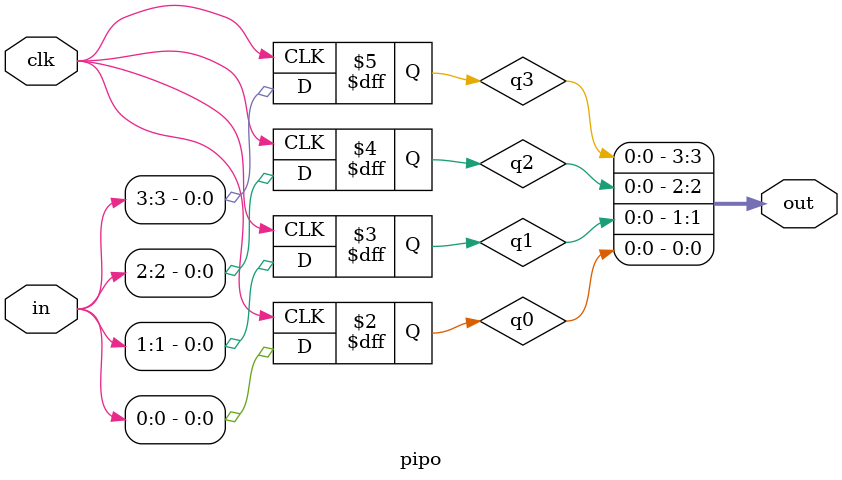
<source format=v>
`timescale 1ns / 1ps

module pipo(in,clk,out);
input [3:0] in;
input clk;
output [3:0] out;
reg q0,q1,q2,q3;

always@(posedge clk)
begin

q3<=in[3];
q2<=in[2];
q1<=in[1];
q0<=in[0];

end
assign out[0]=q0;
assign out[1]=q1;
assign out[2]=q2;
assign out[3]=q3;
endmodule

</source>
